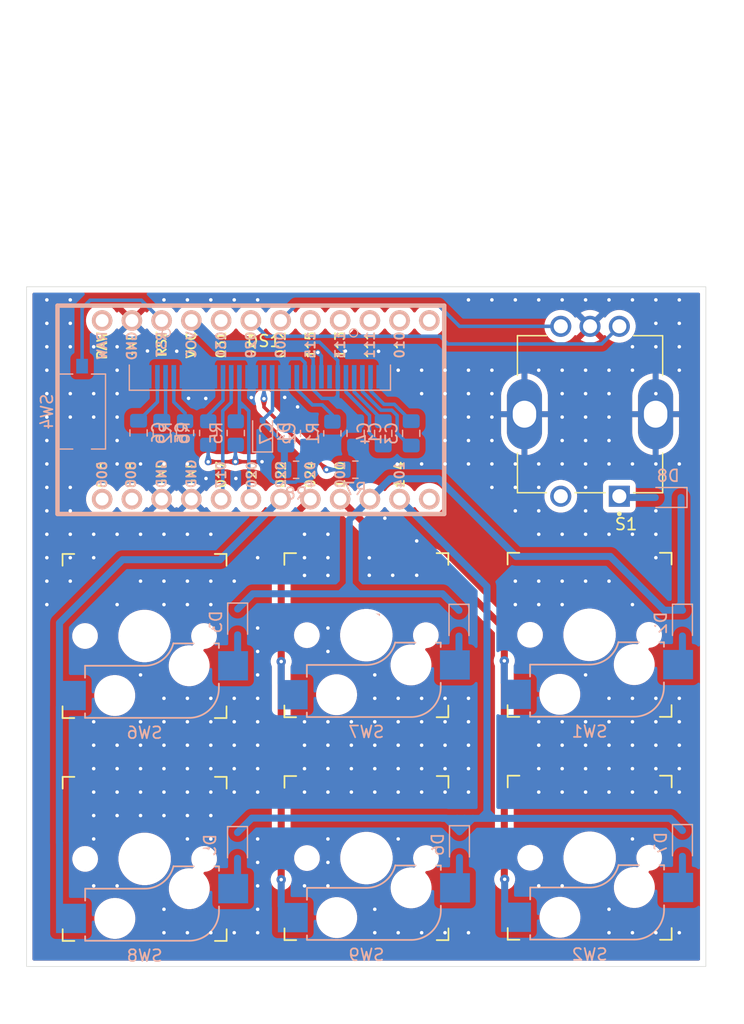
<source format=kicad_pcb>
(kicad_pcb (version 20241229) (generator "pcbnew") (generator_version "9.0")
  (layers (0 "F.Cu" signal) (2 "B.Cu" signal) (13 "F.Paste" user) (15 "B.Paste" user) (5 "F.SilkS" user "F.Silkscreen") (7 "B.SilkS" user "B.Silkscreen") (1 "F.Mask" user) (3 "B.Mask" user) (25 "Edge.Cuts" user))
  (net 0 "")
  (net 1 "GND")
  (net 2 "+3.3V")
  (net 3 "Net-(DS1-C2N)")
  (net 4 "Net-(DS1-C2P)")
  (net 5 "Net-(DS1-C1P)")
  (net 6 "Net-(DS1-C1N)")
  (net 7 "Net-(DS1-VCOMH)")
  (net 8 "Net-(DS1-VCC)")
  (net 9 "/RES")
  (net 10 "Net-(D2-A)")
  (net 11 "row0")
  (net 12 "Net-(D3-A)")
  (net 13 "Net-(D4-A)")
  (net 14 "Net-(D5-A)")
  (net 15 "row1")
  (net 16 "Net-(D6-A)")
  (net 17 "Net-(D7-A)")
  (net 18 "Net-(D8-A)")
  (net 20 "Net-(DS1-IREF)")
  (net 21 "Net-(DS1-D{slash}~{C})")
  (net 22 "Net-(DS1-BS1)")
  (net 23 "/SDA")
  (net 24 "/SCL")
  (net 25 "+3.7V")
  (net 26 "col3")
  (net 27 "ROT2")
  (net 28 "ROT1")
  (net 29 "col2")
  (net 30 "RST")
  (net 31 "col0")
  (net 32 "col1")
  (footprint "keyswitches:Kailh_socket_MX" (layer "F.Cu") (at 163.68 92.48 180)
    (property "Reference" "SW9")
    (property "Value" "MX_SW_HS")
  )
  (footprint "nice-nano-kicad:nice_nano" (layer "F.Cu") (at 155.08 54.22875)
    (property "Reference" "U1" (hide yes))
    (property "Value" "nice_nano" (hide yes))
  )
  (footprint "PEC12R_4225F_S0024:XDCR_PEC12R-4225F-S0024" (layer "F.Cu") (at 182.77 54.605 180)
    (property "Reference" "S1")
    (property "Value" "PEC12R-4225F-S0024")
  )
  (footprint "keyswitches:Kailh_socket_MX" (layer "F.Cu") (at 144.74 92.55 180)
    (property "Reference" "SW8")
    (property "Value" "MX_SW_HS")
  )
  (footprint "keyswitches:Kailh_socket_MX" (layer "F.Cu") (at 182.74 92.45 180)
    (property "Reference" "SW2")
    (property "Value" "MX_SW_HS")
  )
  (footprint "keyswitches:Kailh_socket_MX" (layer "F.Cu") (at 163.67 73.46 180)
    (property "Reference" "SW7")
    (property "Value" "MX_SW_HS")
  )
  (footprint "keyswitches:Kailh_socket_MX" (layer "F.Cu") (at 182.73 73.43 180)
    (property "Reference" "SW1")
    (property "Value" "MX_SW_HS")
  )
  (footprint "keyswitches:Kailh_socket_MX" (layer "F.Cu") (at 144.73 73.53 180)
    (property "Reference" "SW6")
    (property "Value" "MX_SW_HS")
  )
  (footprint "Diode_SMD:D_SOD-323F" (layer "B.Cu") (at 190.66 91.23 -90)
    (property "Reference" "D7")
    (property "Value" "1N4148WT")
  )
  (footprint "Display:OLED-128O064D" (layer "B.Cu") (at 154.58 51.41 180)
    (property "Reference" "DS1")
    (property "Value" "OLED-128O064D")
  )
  (footprint "Capacitor_SMD:C_0805_2012Metric_Pad1.18x1.45mm_HandSolder" (layer "B.Cu") (at 165.10959 56.2375 -90)
    (property "Reference" "C4")
    (property "Value" "1uF")
  )
  (footprint "Diode_SMD:D_SOD-323F" (layer "B.Cu") (at 171.58 72.4375 -90)
    (property "Reference" "D4")
    (property "Value" "1N4148WT")
  )
  (footprint "Capacitor_SMD:C_0805_2012Metric_Pad1.18x1.45mm_HandSolder" (layer "B.Cu") (at 167.49959 56.2375 -90)
    (property "Reference" "C3")
    (property "Value" "1uF")
  )
  (footprint "Diode_SMD:D_SOD-323F" (layer "B.Cu") (at 171.62 91.33 -90)
    (property "Reference" "D6")
    (property "Value" "1N4148WT")
  )
  (footprint "Capacitor_SMD:C_0805_2012Metric_Pad1.18x1.45mm_HandSolder" (layer "B.Cu") (at 146.206082 56.202164 90)
    (property "Reference" "C5")
    (property "Value" "4.7uF")
  )
  (footprint "Diode_SMD:D_SOD-323F" (layer "B.Cu") (at 154.81 56.2175 90)
    (property "Reference" "D1")
    (property "Value" "1N4148WS")
  )
  (footprint "Capacitor_SMD:C_0805_2012Metric_Pad1.18x1.45mm_HandSolder" (layer "B.Cu") (at 144.22 56.202164 90)
    (property "Reference" "C6")
    (property "Value" "2.2uF")
  )
  (footprint "Diode_SMD:D_SOD-323F" (layer "B.Cu") (at 152.68 72.33 -90)
    (property "Reference" "D3")
    (property "Value" "1N4148WT")
  )
  (footprint "Resistor_SMD:R_0805_2012Metric_Pad1.20x1.40mm_HandSolder" (layer "B.Cu") (at 148.192164 56.202164 -90)
    (property "Reference" "R2")
    (property "Value" "910k")
  )
  (footprint "Capacitor_SMD:C_0805_2012Metric_Pad1.18x1.45mm_HandSolder" (layer "B.Cu") (at 156.796083 56.24 -90)
    (property "Reference" "C7")
    (property "Value" "4.7uF")
  )
  (footprint "Capacitor_SMD:C_0805_2012Metric_Pad1.18x1.45mm_HandSolder" (layer "B.Cu") (at 158.782165 56.24 -90)
    (property "Reference" "C2")
    (property "Value" "1uF")
  )
  (footprint "Resistor_SMD:R_0805_2012Metric_Pad1.20x1.40mm_HandSolder" (layer "B.Cu") (at 157.672165 59.3475 180)
    (property "Reference" "R8")
    (property "Value" "4.7k")
  )
  (footprint "Diode_SMD:D_SOD-323F" (layer "B.Cu") (at 190.66 72.43 -90)
    (property "Reference" "D2")
    (property "Value" "1N4148WT")
  )
  (footprint "Diode_SMD:D_SOD-323F" (layer "B.Cu") (at 189.44 61.71 180)
    (property "Reference" "D8")
    (property "Value" "1N4148WT")
  )
  (footprint "Resistor_SMD:R_0805_2012Metric_Pad1.20x1.40mm_HandSolder" (layer "B.Cu") (at 150.17 56.21 -90)
    (property "Reference" "R6")
    (property "Value" "4.7k")
  )
  (footprint "Capacitor_SMD:C_0805_2012Metric_Pad1.18x1.45mm_HandSolder" (layer "B.Cu") (at 162.754329 56.24 90)
    (property "Reference" "C1")
    (property "Value" "1uF")
  )
  (footprint "Diode_SMD:D_SOD-323F" (layer "B.Cu") (at 152.67 91.4025 -90)
    (property "Reference" "D5")
    (property "Value" "1N4148WT")
  )
  (footprint "Resistor_SMD:R_0805_2012Metric_Pad1.20x1.40mm_HandSolder" (layer "B.Cu") (at 152.52 56.21 -90)
    (property "Reference" "R5")
    (property "Value" "4.7k")
  )
  (footprint "Resistor_SMD:R_0805_2012Metric_Pad1.20x1.40mm_HandSolder" (layer "B.Cu") (at 160.768247 56.24 -90)
    (property "Reference" "R1")
    (property "Value" "4.7k")
  )
  (footprint "Button_Switch_SMD:SW_Tactile_SPST_NO_Straight_CK_PTS636Sx25SMTRLFS" (layer "B.Cu") (at 139.4 54.37875 -90)
    (property "Reference" "SW4")
    (property "Value" "RST")
  )
  (footprint "Resistor_SMD:R_0805_2012Metric_Pad1.20x1.40mm_HandSolder" (layer "B.Cu") (at 162.732165 59.3375)
    (property "Reference" "R7")
    (property "Value" "4.7k")
  )
  (gr_rect (start 134.66 43.73) (end 192.66 101.73) (stroke (width 0.05)) (fill no) (layer "Edge.Cuts"))
  (via (at 146.39 96.85) (size 0.6) (drill 0.3) (layers "F.Cu" "B.Cu") (net 1))
  (via (at 186.39 44.85) (size 0.6) (drill 0.3) (layers "F.Cu" "B.Cu") (net 1))
  (via (at 158.39 80.85) (size 0.6) (drill 0.3) (layers "F.Cu" "B.Cu") (net 1))
  (via (at 150.39 82.85) (size 0.6) (drill 0.3) (layers "F.Cu" "B.Cu") (net 1))
  (via (at 186.39 86.85) (size 0.6) (drill 0.3) (layers "F.Cu" "B.Cu") (net 1))
  (via (at 148.39 98.85) (size 0.6) (drill 0.3) (layers "F.Cu" "B.Cu") (net 1))
  (via (at 163.92 66.86) (size 0.5) (drill 0.3) (layers "F.Cu" "B.Cu") (net 1))
  (via (at 160.39 66.85) (size 0.6) (drill 0.3) (layers "F.Cu" "B.Cu") (net 1))
  (via (at 170.39 56.85) (size 0.6) (drill 0.3) (layers "F.Cu" "B.Cu") (net 1))
  (via (at 140.39 48.85) (size 0.6) (drill 0.3) (layers "F.Cu" "B.Cu") (net 1))
  (via (at 174.39 50.85) (size 0.6) (drill 0.3) (layers "F.Cu" "B.Cu") (net 1))
  (via (at 184.39 98.85) (size 0.6) (drill 0.3) (layers "F.Cu" "B.Cu") (net 1))
  (via (at 146.39 86.85) (size 0.6) (drill 0.3) (layers "F.Cu" "B.Cu") (net 1))
  (via (at 162.39 80.85) (size 0.6) (drill 0.3) (layers "F.Cu" "B.Cu") (net 1))
  (via (at 172.39 86.85) (size 0.6) (drill 0.3) (layers "F.Cu" "B.Cu") (net 1))
  (via (at 180.39 80.85) (size 0.6) (drill 0.3) (layers "F.Cu" "B.Cu") (net 1))
  (via (at 184.39 44.85) (size 0.6) (drill 0.3) (layers "F.Cu" "B.Cu") (net 1))
  (via (at 144.39 72.85) (size 0.6) (drill 0.3) (layers "F.Cu" "B.Cu") (net 1))
  (via (at 150.39 78.85) (size 0.6) (drill 0.3) (layers "F.Cu" "B.Cu") (net 1))
  (via (at 182.39 82.85) (size 0.6) (drill 0.3) (layers "F.Cu" "B.Cu") (net 1))
  (via (at 184.39 86.85) (size 0.6) (drill 0.3) (layers "F.Cu" "B.Cu") (net 1))
  (via (at 152.39 80.85) (size 0.6) (drill 0.3) (layers "F.Cu" "B.Cu") (net 1))
  (via (at 148.39 68.85) (size 0.6) (drill 0.3) (layers "F.Cu" "B.Cu") (net 1))
  (via (at 184.39 64.85) (size 0.6) (drill 0.3) (layers "F.Cu" "B.Cu") (net 1))
  (via (at 138.39 62.85) (size 0.6) (drill 0.3) (layers "F.Cu" "B.Cu") (net 1))
  (via (at 188.39 84.85) (size 0.6) (drill 0.3) (layers "F.Cu" "B.Cu") (net 1))
  (via (at 176.39 58.85) (size 0.6) (drill 0.3) (layers "F.Cu" "B.Cu") (net 1))
  (via (at 180.39 82.85) (size 0.6) (drill 0.3) (layers "F.Cu" "B.Cu") (net 1))
  (via (at 148.39 82.85) (size 0.6) (drill 0.3) (layers "F.Cu" "B.Cu") (net 1))
  (via (at 162.39 86.85) (size 0.6) (drill 0.3) (layers "F.Cu" "B.Cu") (net 1))
  (via (at 170.39 84.85) (size 0.6) (drill 0.3) (layers "F.Cu" "B.Cu") (net 1))
  (via (at 158.39 94.85) (size 0.6) (drill 0.3) (layers "F.Cu" "B.Cu") (net 1))
  (via (at 152.39 78.85) (size 0.6) (drill 0.3) (layers "F.Cu" "B.Cu") (net 1))
  (via (at 170.39 54.85) (size 0.6) (drill 0.3) (layers "F.Cu" "B.Cu") (net 1))
  (via (at 184.39 56.85) (size 0.6) (drill 0.3) (layers "F.Cu" "B.Cu") (net 1))
  (via (at 152.39 84.85) (size 0.6) (drill 0.3) (layers "F.Cu" "B.Cu") (net 1))
  (via (at 148.39 86.85) (size 0.6) (drill 0.3) (layers "F.Cu" "B.Cu") (net 1))
  (via (at 142.39 58.85) (size 0.6) (drill 0.3) (layers "F.Cu" "B.Cu") (net 1))
  (via (at 182.39 92.85) (size 0.6) (drill 0.3) (layers "F.Cu" "B.Cu") (net 1))
  (via (at 182.39 68.85) (size 0.6) (drill 0.3) (layers "F.Cu" "B.Cu") (net 1))
  (via (at 180.39 56.85) (size 0.6) (drill 0.3) (layers "F.Cu" "B.Cu") (net 1))
  (via (at 148.39 94.85) (size 0.6) (drill 0.3) (layers "F.Cu" "B.Cu") (net 1))
  (via (at 153.85 53.18) (size 0.5) (drill 0.3) (layers "F.Cu" "B.Cu") (net 1))
  (via (at 166.39 80.85) (size 0.6) (drill 0.3) (layers "F.Cu" "B.Cu") (net 1))
  (via (at 182.39 50.85) (size 0.6) (drill 0.3) (layers "F.Cu" "B.Cu") (net 1))
  (via (at 186.39 58.85) (size 0.6) (drill 0.3) (layers "F.Cu" "B.Cu") (net 1))
  (via (at 170.39 98.85) (size 0.6) (drill 0.3) (layers "F.Cu" "B.Cu") (net 1))
  (via (at 142.39 56.85) (size 0.6) (drill 0.3) (layers "F.Cu" "B.Cu") (net 1))
  (via (at 146.39 82.85) (size 0.6) (drill 0.3) (layers "F.Cu" "B.Cu") (net 1))
  (via (at 184.39 96.85) (size 0.6) (drill 0.3) (layers "F.Cu" "B.Cu") (net 1))
  (via (at 148.39 84.85) (size 0.6) (drill 0.3) (layers "F.Cu" "B.Cu") (net 1))
  (via (at 176.39 68.85) (size 0.6) (drill 0.3) (layers "F.Cu" "B.Cu") (net 1))
  (via (at 190.39 58.85) (size 0.6) (drill 0.3) (layers "F.Cu" "B.Cu") (net 1))
  (via (at 146.39 70.85) (size 0.6) (drill 0.3) (layers "F.Cu" "B.Cu") (net 1))
  (via (at 168.39 84.85) (size 0.6) (drill 0.3) (layers "F.Cu" "B.Cu") (net 1))
  (via (at 142.39 50.85) (size 0.6) (drill 0.3) (layers "F.Cu" "B.Cu") (net 1))
  (via (at 157.8 53.98) (size 0.5) (drill 0.3) (layers "F.Cu" "B.Cu") (net 1))
  (via (at 166.39 84.85) (size 0.6) (drill 0.3) (layers "F.Cu" "B.Cu") (net 1))
  (via (at 148.39 58.85) (size 0.6) (drill 0.3) (layers "F.Cu" "B.Cu") (net 1))
  (via (at 154.39 86.85) (size 0.6) (drill 0.3) (layers "F.Cu" "B.Cu") (net 1))
  (via (at 168.39 78.85) (size 0.6) (drill 0.3) (layers "F.Cu" "B.Cu") (net 1))
  (via (at 182.39 80.85) (size 0.6) (drill 0.3) (layers "F.Cu" "B.Cu") (net 1))
  (via (at 136.39 46.85) (size 0.6) (drill 0.3) (layers "F.Cu" "B.Cu") (net 1))
  (via (at 146.39 64.85) (size 0.6) (drill 0.3) (layers "F.Cu" "B.Cu") (net 1))
  (via (at 142.39 54.85) (size 0.6) (drill 0.3) (layers "F.Cu" "B.Cu") (net 1))
  (via (at 154.39 92.85) (size 0.6) (drill 0.3) (layers "F.Cu" "B.Cu") (net 1))
  (via (at 178.39 64.85) (size 0.6) (drill 0.3) (layers "F.Cu" "B.Cu") (net 1))
  (via (at 154.39 66.85) (size 0.6) (drill 0.3) (layers "F.Cu" "B.Cu") (net 1))
  (via (at 172.39 80.85) (size 0.6) (drill 0.3) (layers "F.Cu" "B.Cu") (net 1))
  (via (at 174.39 58.85) (size 0.6) (drill 0.3) (layers "F.Cu" "B.Cu") (net 1))
  (via (at 136.39 64.85) (size 0.6) (drill 0.3) (layers "F.Cu" "B.Cu") (net 1))
  (via (at 136.39 50.85) (size 0.6) (drill 0.3) (layers "F.Cu" "B.Cu") (net 1))
  (via (at 148.39 70.85) (size 0.6) (drill 0.3) (layers "F.Cu" "B.Cu") (net 1))
  (via (at 164.71 49.24) (size 0.5) (drill 0.3) (layers "F.Cu" "B.Cu") (net 1))
  (via (at 148.39 78.85) (size 0.6) (drill 0.3) (layers "F.Cu" "B.Cu") (net 1))
  (via (at 160.39 84.85) (size 0.6) (drill 0.3) (layers "F.Cu" "B.Cu") (net 1))
  (via (at 136.39 58.85) (size 0.6) (drill 0.3) (layers "F.Cu" "B.Cu") (net 1))
  (via (at 160.39 94.85) (size 0.6) (drill 0.3) (layers "F.Cu" "B.Cu") (net 1))
  (via (at 186.39 64.85) (size 0.6) (drill 0.3) (layers "F.Cu" "B.Cu") (net 1))
  (via (at 180.39 50.85) (size 0.6) (drill 0.3) (layers "F.Cu" "B.Cu") (net 1))
  (via (at 182.39 56.85) (size 0.6) (drill 0.3) (layers "F.Cu" "B.Cu") (net 1))
  (via (at 161.88 49.22) (size 0.5) (drill 0.3) (layers "F.Cu" "B.Cu") (net 1))
  (via (at 182.39 84.85) (size 0.6) (drill 0.3) (layers "F.Cu" "B.Cu") (net 1))
  (via (at 150.39 90.85) (size 0.6) (drill 0.3) (layers "F.Cu" "B.Cu") (net 1))
  (via (at 146.39 58.85) (size 0.6) (drill 0.3) (layers "F.Cu" "B.Cu") (net 1))
  (via (at 184.39 50.85) (size 0.6) (drill 0.3) (layers "F.Cu" "B.Cu") (net 1))
  (via (at 136.39 68.85) (size 0.6) (drill 0.3) (layers "F.Cu" "B.Cu") (net 1))
  (via (at 176.39 62.85) (size 0.6) (drill 0.3) (layers "F.Cu" "B.Cu") (net 1))
  (via (at 172.39 58.85) (size 0.6) (drill 0.3) (layers "F.Cu" "B.Cu") (net 1))
  (via (at 158.39 84.85) (size 0.6) (drill 0.3) (layers "F.Cu" "B.Cu") (net 1))
  (via (at 176.39 44.85) (size 0.6) (drill 0.3) (layers "F.Cu" "B.Cu") (net 1))
  (via (at 167.97 65.42) (size 0.5) (drill 0.3) (layers "F.Cu" "B.Cu") (net 1))
  (via (at 158.39 86.85) (size 0.6) (drill 0.3) (layers "F.Cu" "B.Cu") (net 1))
  (via (at 188.39 64.85) (size 0.6) (drill 0.3) (layers "F.Cu" "B.Cu") (net 1))
  (via (at 190.39 48.85) (size 0.6) (drill 0.3) (layers "F.Cu" "B.Cu") (net 1))
  (via (at 148.49 53.25) (size 0.5) (drill 0.3) (layers "F.Cu" "B.Cu") (net 1))
  (via (at 150.39 86.85) (size 0.6) (drill 0.3) (layers "F.Cu" "B.Cu") (net 1))
  (via (at 142.39 78.85) (size 0.6) (drill 0.3) (layers "F.Cu" "B.Cu") (net 1))
  (via (at 190.39 46.85) (size 0.6) (drill 0.3) (layers "F.Cu" "B.Cu") (net 1))
  (via (at 178.39 58.85) (size 0.6) (drill 0.3) (layers "F.Cu" "B.Cu") (net 1))
  (via (at 178.39 50.85) (size 0.6) (drill 0.3) (layers "F.Cu" "B.Cu") (net 1))
  (via (at 144.39 88.85) (size 0.6) (drill 0.3) (layers "F.Cu" "B.Cu") (net 1))
  (via (at 148.39 44.85) (size 0.6) (drill 0.3) (layers "F.Cu" "B.Cu") (net 1))
  (via (at 163.92 68.35) (size 0.5) (drill 0.3) (layers "F.Cu" "B.Cu") (net 1))
  (via (at 154.39 76.85) (size 0.6) (drill 0.3) (layers "F.Cu" "B.Cu") (net 1))
  (via (at 160.39 80.85) (size 0.6) (drill 0.3) (layers "F.Cu" "B.Cu") (net 1))
  (via (at 186.39 70.85) (size 0.6) (drill 0.3) (layers "F.Cu" "B.Cu") (net 1))
  (via (at 136.39 60.85) (size 0.6) (drill 0.3) (layers "F.Cu" "B.Cu") (net 1))
  (via (at 164.39 92.85) (size 0.6) (drill 0.3) (layers "F.Cu" "B.Cu") (net 1))
  (via (at 168.39 80.85) (size 0.6) (drill 0.3) (layers "F.Cu" "B.Cu") (net 1))
  (via (at 148.39 80.85) (size 0.6) (drill 0.3) (layers "F.Cu" "B.Cu") (net 1))
  (via (at 152.39 86.85) (size 0.6) (drill 0.3) (layers "F.Cu" "B.Cu") (net 1))
  (via (at 188.39 80.85) (size 0.6) (drill 0.3) (layers "F.Cu" "B.Cu") (net 1))
  (via (at 168.39 86.85) (size 0.6) (drill 0.3) (layers "F.Cu" "B.Cu") (net 1))
  (via (at 182.39 60.85) (size 0.6) (drill 0.3) (layers "F.Cu" "B.Cu") (net 1))
  (via (at 140.39 64.85) (size 0.6) (drill 0.3) (layers "F.Cu" "B.Cu") (net 1))
  (via (at 144.39 58.85) (size 0.6) (drill 0.3) (layers "F.Cu" "B.Cu") (net 1))
  (via (at 144.39 86.85) (size 0.6) (drill 0.3) (layers "F.Cu" "B.Cu") (net 1))
  (via (at 172.39 82.85) (size 0.6) (drill 0.3) (layers "F.Cu" "B.Cu") (net 1))
  (via (at 186.39 48.85) (size 0.6) (drill 0.3) (layers "F.Cu" "B.Cu") (net 1))
  (via (at 178.39 60.85) (size 0.6) (drill 0.3) (layers "F.Cu" "B.Cu") (net 1))
  (via (at 150.39 44.85) (size 0.6) (drill 0.3) (layers "F.Cu" "B.Cu") (net 1))
  (via (at 184.39 68.85) (size 0.6) (drill 0.3) (layers "F.Cu" "B.Cu") (net 1))
  (via (at 188.39 54.85) (size 0.6) (drill 0.3) (layers "F.Cu" "B.Cu") (net 1))
  (via (at 176.39 60.85) (size 0.6) (drill 0.3) (layers "F.Cu" "B.Cu") (net 1))
  (via (at 138.39 60.85) (size 0.6) (drill 0.3) (layers "F.Cu" "B.Cu") (net 1))
  (via (at 190.39 98.85) (size 0.6) (drill 0.3) (layers "F.Cu" "B.Cu") (net 1))
  (via (at 160.39 86.85) (size 0.6) (drill 0.3) (layers "F.Cu" "B.Cu") (net 1))
  (via (at 170.39 58.85) (size 0.6) (drill 0.3) (layers "F.Cu" "B.Cu") (net 1))
  (via (at 162.39 84.85) (size 0.6) (drill 0.3) (layers "F.Cu" "B.Cu") (net 1))
  (via (at 150.39 68.85) (size 0.6) (drill 0.3) (layers "F.Cu" "B.Cu") (net 1))
  (via (at 180.39 44.85) (size 0.6) (drill 0.3) (layers "F.Cu" "B.Cu") (net 1))
  (via (at 180.39 54.85) (size 0.6) (drill 0.3) (layers "F.Cu" "B.Cu") (net 1))
  (via (at 186.39 84.85) (size 0.6) (drill 0.3) (layers "F.Cu" "B.Cu") (net 1))
  (via (at 162.39 82.85) (size 0.6) (drill 0.3) (layers "F.Cu" "B.Cu") (net 1))
  (via (at 136.39 70.85) (size 0.6) (drill 0.3) (layers "F.Cu" "B.Cu") (net 1))
  (via (at 168.39 82.85) (size 0.6) (drill 0.3) (layers "F.Cu" "B.Cu") (net 1))
  (via (at 184.39 82.85) (size 0.6) (drill 0.3) (layers "F.Cu" "B.Cu") (net 1))
  (via (at 188.39 62.85) (size 0.6) (drill 0.3) (layers "F.Cu" "B.Cu") (net 1))
  (via (at 164.39 98.85) (size 0.6) (drill 0.3) (layers "F.Cu" "B.Cu") (net 1))
  (via (at 172.39 84.85) (size 0.6) (drill 0.3) (layers "F.Cu" "B.Cu") (net 1))
  (via (at 136.39 56.85) (size 0.6) (drill 0.3) (layers "F.Cu" "B.Cu") (net 1))
  (via (at 190.39 80.85) (size 0.6) (drill 0.3) (layers "F.Cu" "B.Cu") (net 1))
  (via (at 178.39 94.85) (size 0.6) (drill 0.3) (layers "F.Cu" "B.Cu") (net 1))
  (via (at 182.39 64.85) (size 0.6) (drill 0.3) (layers "F.Cu" "B.Cu") (net 1))
  (via (at 180.39 52.85) (size 0.6) (drill 0.3) (layers "F.Cu" "B.Cu") (net 1))
  (via (at 146.39 88.85) (size 0.6) (drill 0.3) (layers "F.Cu" "B.Cu") (net 1))
  (via (at 184.39 58.85) (size 0.6) (drill 0.3) (layers "F.Cu" "B.Cu") (net 1))
  (via (at 142.39 70.85) (size 0.6) (drill 0.3) (layers "F.Cu" "B.Cu") (net 1))
  (via (at 186.39 80.85) (size 0.6) (drill 0.3) (layers "F.Cu" "B.Cu") (net 1))
  (via (at 188.39 46.85) (size 0.6) (drill 0.3) (layers "F.Cu" "B.Cu") (net 1))
  (via (at 144.39 64.85) (size 0.6) (drill 0.3) (layers "F.Cu" "B.Cu") (net 1))
  (via (at 140.39 52.85) (size 0.6) (drill 0.3) (layers "F.Cu" "B.Cu") (net 1))
  (via (at 190.39 78.85) (size 0.6) (drill 0.3) (layers "F.Cu" "B.Cu") (net 1))
  (via (at 170.39 78.85) (size 0.6) (drill 0.3) (layers "F.Cu" "B.Cu") (net 1))
  (via (at 140.39 84.85) (size 0.6) (drill 0.3) (layers "F.Cu" "B.Cu") (net 1))
  (via (at 150.39 64.85) (size 0.6) (drill 0.3) (layers "F.Cu" "B.Cu") (net 1))
  (via (at 146.39 78.85) (size 0.6) (drill 0.3) (layers "F.Cu" "B.Cu") (net 1))
  (via (at 164.39 96.85) (size 0.6) (drill 0.3) (layers "F.Cu" "B.Cu") (net 1))
  (via (at 182.39 76.85) (size 0.6) (drill 0.3) (layers "F.Cu" "B.Cu") (net 1))
  (via (at 188.39 58.85) (size 0.6) (drill 0.3) (layers "F.Cu" "B.Cu") (net 1))
  (via (at 172.39 56.85) (size 0.6) (drill 0.3) (layers "F.Cu" "B.Cu") (net 1))
  (via (at 165.92 68.35) (size 0.5) (drill 0.3) (layers "F.Cu" "B.Cu") (net 1))
  (via (at 188.39 86.85) (size 0.6) (drill 0.3) (layers "F.Cu" "B.Cu") (net 1))
  (via (at 166.39 50.85) (size 0.6) (drill 0.3) (layers "F.Cu" "B.Cu") (net 1))
  (via (at 178.39 86.85) (size 0.6) (drill 0.3) (layers "F.Cu" "B.Cu") (net 1))
  (via (at 154.39 98.85) (size 0.6) (drill 0.3) (layers "F.Cu" "B.Cu") (net 1))
  (via (at 174.39 44.85) (size 0.6) (drill 0.3) (layers "F.Cu" "B.Cu") (net 1))
  (via (at 172.39 98.85) (size 0.6) (drill 0.3) (layers "F.Cu" "B.Cu") (net 1))
  (via (at 170.39 86.85) (size 0.6) (drill 0.3) (layers "F.Cu" "B.Cu") (net 1))
  (via (at 164.39 86.85) (size 0.6) (drill 0.3) (layers "F.Cu" "B.Cu") (net 1))
  (via (at 136.39 54.85) (size 0.6) (drill 0.3) (layers "F.Cu" "B.Cu") (net 1))
  (via (at 184.39 54.85) (size 0.6) (drill 0.3) (layers "F.Cu" "B.Cu") (net 1))
  (via (at 188.39 98.85) (size 0.6) (drill 0.3) (layers "F.Cu" "B.Cu") (net 1))
  (via (at 190.39 86.85) (size 0.6) (drill 0.3) (layers "F.Cu" "B.Cu") (net 1))
  (via (at 142.39 64.85) (size 0.6) (drill 0.3) (layers "F.Cu" "B.Cu") (net 1))
  (via (at 138.39 68.85) (size 0.6) (drill 0.3) (layers "F.Cu" "B.Cu") (net 1))
  (via (at 186.39 94.85) (size 0.6) (drill 0.3) (layers "F.Cu" "B.Cu") (net 1))
  (via (at 144.98 49.21) (size 0.5) (drill 0.3) (layers "F.Cu" "B.Cu") (net 1))
  (via (at 188.39 52.85) (size 0.6) (drill 0.3) (layers "F.Cu" "B.Cu") (net 1))
  (via (at 172.39 54.85) (size 0.6) (drill 0.3) (layers "F.Cu" "B.Cu") (net 1))
  (via (at 154.39 90.85) (size 0.6) (drill 0.3) (layers "F.Cu" "B.Cu") (net 1))
  (via (at 190.39 44.85) (size 0.6) (drill 0.3) (layers "F.Cu" "B.Cu") (net 1))
  (via (at 184.39 84.85) (size 0.6) (drill 0.3) (layers "F.Cu" "B.Cu") (net 1))
  (via (at 172.39 50.85) (size 0.6) (drill 0.3) (layers "F.Cu" "B.Cu") (net 1))
  (via (at 142.39 82.85) (size 0.6) (drill 0.3) (layers "F.Cu" "B.Cu") (net 1))
  (via (at 152.39 44.85) (size 0.6) (drill 0.3) (layers "F.Cu" "B.Cu") (net 1))
  (via (at 174.39 56.85) (size 0.6) (drill 0.3) (layers "F.Cu" "B.Cu") (net 1))
  (via (at 152.39 68.85) (size 0.6) (drill 0.3) (layers "F.Cu" "B.Cu") (net 1))
  (via (at 170.39 50.85) (size 0.6) (drill 0.3) (layers "F.Cu" "B.Cu") (net 1))
  (via (at 158.39 66.85) (size 0.6) (drill 0.3) (layers "F.Cu" "B.Cu") (net 1))
  (via (at 172.39 44.85) (size 0.6) (drill 0.3) (layers "F.Cu" "B.Cu") (net 1))
  (via (at 160.39 74.85) (size 0.6) (drill 0.3) (layers "F.Cu" "B.Cu") (net 1))
  (via (at 160.39 82.85) (size 0.6) (drill 0.3) (layers "F.Cu" "B.Cu") (net 1))
  (via (at 176.39 70.85) (size 0.6) (drill 0.3) (layers "F.Cu" "B.Cu") (net 1))
  (via (at 170.39 52.85) (size 0.6) (drill 0.3) (layers "F.Cu" "B.Cu") (net 1))
  (via (at 160.39 92.85) (size 0.6) (drill 0.3) (layers "F.Cu" "B.Cu") (net 1))
  (via (at 172.39 52.85) (size 0.6) (drill 0.3) (layers "F.Cu" "B.Cu") (net 1))
  (via (at 140.39 80.85) (size 0.6) (drill 0.3) (layers "F.Cu" "B.Cu") (net 1))
  (via (at 142.39 86.85) (size 0.6) (drill 0.3) (layers "F.Cu" "B.Cu") (net 1))
  (via (at 160.39 68.36) (size 0.5) (drill 0.3) (layers "F.Cu" "B.Cu") (net 1))
  (via (at 178.39 44.85) (size 0.6) (drill 0.3) (layers "F.Cu" "B.Cu") (net 1))
  (via (at 186.39 82.85) (size 0.6) (drill 0.3) (layers "F.Cu" "B.Cu") (net 1))
  (via (at 166.31 58.87) (size 0.5) (drill 0.3) (layers "F.Cu" "B.Cu") (net 1))
  (via (at 164.39 76.85) (size 0.6) (drill 0.3) (layers "F.Cu" "B.Cu") (net 1))
  (via (at 144.39 76.85) (size 0.6) (drill 0.3) (layers "F.Cu" "B.Cu") (net 1))
  (via (at 166.39 90.85) (size 0.6) (drill 0.3) (layers "F.Cu" "B.Cu") (net 1))
  (via (at 154.39 94.85) (size 0.6) (drill 0.3) (layers "F.Cu" "B.Cu") (net 1))
  (via (at 184.39 80.85) (size 0.6) (drill 0.3) (layers "F.Cu" "B.Cu") (net 1))
  (via (at 159.53 49.33) (size 0.5) (drill 0.3) (layers "F.Cu" "B.Cu") (net 1))
  (via (at 147.48 49.23) (size 0.5) (drill 0.3) (layers "F.Cu" "B.Cu") (net 1))
  (via (at 140.39 88.85) (size 0.6) (drill 0.3) (layers "F.Cu" "B.Cu") (net 1))
  (via (at 138.39 48.85) (size 0.6) (drill 0.3) (layers "F.Cu" "B.Cu") (net 1))
  (via (at 190.39 82.85) (size 0.6) (drill 0.3) (layers "F.Cu" "B.Cu") (net 1))
  (via (at 142.39 52.85) (size 0.6) (drill 0.3) (layers "F.Cu" "B.Cu") (net 1))
  (via (at 142.39 48.85) (size 0.6) (drill 0.3) (layers "F.Cu" "B.Cu") (net 1))
  (via (at 178.39 68.85) (size 0.6) (drill 0.3) (layers "F.Cu" "B.Cu") (net 1))
  (via (at 182.39 44.85) (size 0.6) (drill 0.3) (layers "F.Cu" "B.Cu") (net 1))
  (via (at 160.39 90.85) (size 0.6) (drill 0.3) (layers "F.Cu" "B.Cu") (net 1))
  (via (at 188.39 82.85) (size 0.6) (drill 0.3) (layers "F.Cu" "B.Cu") (net 1))
  (via (at 190.39 50.85) (size 0.6) (drill 0.3) (layers "F.Cu" "B.Cu") (net 1))
  (via (at 140.39 66.85) (size 0.6) (drill 0.3) (layers "F.Cu" "B.Cu") (net 1))
  (via (at 138.39 66.85) (size 0.6) (drill 0.3) (layers "F.Cu" "B.Cu") (net 1))
  (via (at 146.39 44.85) (size 0.6) (drill 0.3) (layers "F.Cu" "B.Cu") (net 1))
  (via (at 150.39 88.85) (size 0.6) (drill 0.3) (layers "F.Cu" "B.Cu") (net 1))
  (via (at 190.39 84.85) (size 0.6) (drill 0.3) (layers "F.Cu" "B.Cu") (net 1))
  (via (at 148.39 90.85) (size 0.6) (drill 0.3) (layers "F.Cu" "B.Cu") (net 1))
  (via (at 140.39 82.85) (size 0.6) (drill 0.3) (layers "F.Cu" "B.Cu") (net 1))
  (via (at 166.39 98.85) (size 0.6) (drill 0.3) (layers "F.Cu" "B.Cu") (net 1))
  (via (at 136.39 62.85) (size 0.6) (drill 0.3) (layers "F.Cu" "B.Cu") (net 1))
  (via (at 146.39 80.85) (size 0.6) (drill 0.3) (layers "F.Cu" "B.Cu") (net 1))
  (via (at 158.39 64.85) (size 0.6) (drill 0.3) (layers "F.Cu" "B.Cu") (net 1))
  (via (at 149.98 60.09) (size 0.5) (drill 0.3) (layers "F.Cu" "B.Cu") (net 1))
  (via (at 188.39 48.85) (size 0.6) (drill 0.3) (layers "F.Cu" "B.Cu") (net 1))
  (via (at 182.39 52.85) (size 0.6) (drill 0.3) (layers "F.Cu" "B.Cu") (net 1))
  (via (at 180.39 64.85) (size 0.6) (drill 0.3) (layers "F.Cu" "B.Cu") (net 1))
  (via (at 188.39 44.85) (size 0.6) (drill 0.3) (layers "F.Cu" "B.Cu") (net 1))
  (via (at 180.39 84.85) (size 0.6) (drill 0.3) (layers "F.Cu" "B.Cu") (net 1))
  (via (at 160.39 64.85) (size 0.6) (drill 0.3) (layers "F.Cu" "B.Cu") (net 1))
  (via (at 140.39 94.85) (size 0.6) (drill 0.3) (layers "F.Cu" "B.Cu") (net 1))
  (via (at 150.39 80.85) (size 0.6) (drill 0.3) (layers "F.Cu" "B.Cu") (net 1))
  (via (at 168.39 58.85) (size 0.6) (drill 0.3) (layers "F.Cu" "B.Cu") (net 1))
  (via (at 154.39 82.85) (size 0.6) (drill 0.3) (layers "F.Cu" "B.Cu") (net 1))
  (via (at 188.39 66.85) (size 0.6) (drill 0.3) (layers "F.Cu" "B.Cu") (net 1))
  (via (at 164.39 84.85) (size 0.6) (drill 0.3) (layers "F.Cu" "B.Cu") (net 1))
  (via (at 142.39 94.85) (size 0.6) (drill 0.3) (layers "F.Cu" "B.Cu") (net 1))
  (via (at 154.39 80.85) (size 0.6) (drill 0.3) (layers "F.Cu" "B.Cu") (net 1))
  (via (at 146.39 68.85) (size 0.6) (drill 0.3) (layers "F.Cu" "B.Cu") (net 1))
  (via (at 167.97 68.35) (size 0.5) (drill 0.3) (layers "F.Cu" "B.Cu") (net 1))
  (via (at 152.53 60.09) (size 0.5) (drill 0.3) (layers "F.Cu" "B.Cu") (net 1))
  (via (at 164.39 80.85) (size 0.6) (drill 0.3) (layers "F.Cu" "B.Cu") (net 1))
  (via (at 164.39 78.85) (size 0.6) (drill 0.3) (layers "F.Cu" "B.Cu") (net 1))
  (via (at 142.39 84.85) (size 0.6) (drill 0.3) (layers "F.Cu" "B.Cu") (net 1))
  (via (at 166.39 86.85) (size 0.6) (drill 0.3) (layers "F.Cu" "B.Cu") (net 1))
  (via (at 136.39 48.85) (size 0.6) (drill 0.3) (layers "F.Cu" "B.Cu") (net 1))
  (via (at 164.39 82.85) (size 0.6) (drill 0.3) (layers "F.Cu" "B.Cu") (net 1))
  (via (at 168.39 50.85) (size 0.6) (drill 0.3) (layers "F.Cu" "B.Cu") (net 1))
  (via (at 138.39 64.85) (size 0.6) (drill 0.3) (layers "F.Cu" "B.Cu") (net 1))
  (via (at 138.39 46.85) (size 0.6) (drill 0.3) (layers "F.Cu" "B.Cu") (net 1))
  (via (at 180.39 58.85) (size 0.6) (drill 0.3) (layers "F.Cu" "B.Cu") (net 1))
  (via (at 158.39 68.36) (size 0.5) (drill 0.3) (layers "F.Cu" "B.Cu") (net 1))
  (via (at 178.39 70.85) (size 0.6) (drill 0.3) (layers "F.Cu" "B.Cu") (net 1))
  (via (at 136.39 44.85) (size 0.6) (drill 0.3) (layers "F.Cu" "B.Cu") (net 1))
  (via (at 150.39 70.85) (size 0.6) (drill 0.3) (layers "F.Cu" "B.Cu") (net 1))
  (via (at 168.39 52.85) (size 0.6) (drill 0.3) (layers "F.Cu" "B.Cu") (net 1))
  (via (at 186.39 98.85) (size 0.6) (drill 0.3) (layers "F.Cu" "B.Cu") (net 1))
  (via (at 152.39 98.85) (size 0.6) (drill 0.3) (layers "F.Cu" "B.Cu") (net 1))
  (via (at 138.39 52.85) (size 0.6) (drill 0.3) (layers "F.Cu" "B.Cu") (net 1))
  (via (at 178.39 84.85) (size 0.6) (drill 0.3) (layers "F.Cu" "B.Cu") (net 1))
  (via (at 186.39 90.85) (size 0.6) (drill 0.3) (layers "F.Cu" "B.Cu") (net 1))
  (via (at 166.39 82.85) (size 0.6) (drill 0.3) (layers "F.Cu" "B.Cu") (net 1))
  (via (at 188.39 78.85) (size 0.6) (drill 0.3) (layers "F.Cu" "B.Cu") (net 1))
  (via (at 146.39 98.85) (size 0.6) (drill 0.3) (layers "F.Cu" "B.Cu") (net 1))
  (via (at 182.39 58.85) (size 0.6) (drill 0.3) (layers "F.Cu" "B.Cu") (net 1))
  (via (at 174.39 52.85) (size 0.6) (drill 0.3) (layers "F.Cu" "B.Cu") (net 1))
  (via (at 136.39 52.85) (size 0.6) (drill 0.3) (layers "F.Cu" "B.Cu") (net 1))
  (via (at 144.39 84.85) (size 0.6) (drill 0.3) (layers "F.Cu" "B.Cu") (net 1))
  (via (at 154.39 44.85) (size 0.6) (drill 0.3) (layers "F.Cu" "B.Cu") (net 1))
  (via (at 146.39 84.85) (size 0.6) (drill 0.3) (layers "F.Cu" "B.Cu") (net 1))
  (via (at 174.39 54.85) (size 0.6) (drill 0.3) (layers "F.Cu" "B.Cu") (net 1))
  (via (at 180.39 86.85) (size 0.6) (drill 0.3) (layers "F.Cu" "B.Cu") (net 1))
  (via (at 148.39 64.85) (size 0.6) (drill 0.3) (layers "F.Cu" "B.Cu") (net 1))
  (via (at 149.96 53.26) (size 0.5) (drill 0.3) (layers "F.Cu" "B.Cu") (net 1))
  (via (at 156.7 53.17) (size 0.5) (drill 0.3) (layers "F.Cu" "B.Cu") (net 1))
  (via (at 144.39 68.85) (size 0.6) (drill 0.3) (layers "F.Cu" "B.Cu") (net 1))
  (via (at 154.39 74.85) (size 0.6) (drill 0.3) (layers "F.Cu" "B.Cu") (net 1))
  (via (at 182.39 62.85) (size 0.6) (drill 0.3) (layers "F.Cu" "B.Cu") (net 1))
  (via (at 184.39 52.85) (size 0.6) (drill 0.3) (layers "F.Cu" "B.Cu") (net 1))
  (via (at 158.39 82.85) (size 0.6) (drill 0.3) (layers "F.Cu" "B.Cu") (net 1))
  (via (at 140.39 90.85) (size 0.6) (drill 0.3) (layers "F.Cu" "B.Cu") (net 1))
  (via (at 144.39 82.85) (size 0.6) (drill 0.3) (layers "F.Cu" "B.Cu") (net 1))
  (via (at 144.39 92.85) (size 0.6) (drill 0.3) (layers "F.Cu" "B.Cu") (net 1))
  (via (at 150.39 84.85) (size 0.6) (drill 0.3) (layers "F.Cu" "B.Cu") (net 1))
  (via (at 138.39 44.85) (size 0.6) (drill 0.3) (layers "F.Cu" "B.Cu") (net 1))
  (via (at 154.39 72.85) (size 0.6) (drill 0.3) (layers "F.Cu" "B.Cu") (net 1))
  (via (at 136.39 66.85) (size 0.6) (drill 0.3) (layers "F.Cu" "B.Cu") (net 1))
  (via (at 166.39 78.85) (size 0.6) (drill 0.3) (layers "F.Cu" "B.Cu") (net 1))
  (via (at 140.39 86.85) (size 0.6) (drill 0.3) (layers "F.Cu" "B.Cu") (net 1))
  (via (at 178.39 62.85) (size 0.6) (drill 0.3) (layers "F.Cu" "B.Cu") (net 1))
  (via (at 178.39 82.85) (size 0.6) (drill 0.3) (layers "F.Cu" "B.Cu") (net 1))
  (via (at 174.39 60.85) (size 0.6) (drill 0.3) (layers "F.Cu" "B.Cu") (net 1))
  (via (at 165.25 63.48) (size 0.5) (drill 0.3) (layers "F.Cu" "B.Cu") (net 1))
  (via (at 178.39 80.85) (size 0.6) (drill 0.3) (layers "F.Cu" "B.Cu") (net 1))
  (via (at 180.39 94.85) (size 0.6) (drill 0.3) (layers "F.Cu" "B.Cu") (net 1))
  (via (at 138.39 54.85) (size 0.6) (drill 0.3) (layers "F.Cu" "B.Cu") (net 1))
  (via (at 170.39 82.85) (size 0.6) (drill 0.3) (layers "F.Cu" "B.Cu") (net 1))
  (via (at 182.39 72.85) (size 0.6) (drill 0.3) (layers "F.Cu" "B.Cu") (net 1))
  (via (at 182.39 54.85) (size 0.6) (drill 0.3) (layers "F.Cu" "B.Cu") (net 1))
  (via (at 184.39 78.85) (size 0.6) (drill 0.3) (layers "F.Cu" "B.Cu") (net 1))
  (via (at 172.39 78.85) (size 0.6) (drill 0.3) (layers "F.Cu" "B.Cu") (net 1))
  (via (at 182.39 86.85) (size 0.6) (drill 0.3) (layers "F.Cu" "B.Cu") (net 1))
  (via (at 144.39 80.85) (size 0.6) (drill 0.3) (layers "F.Cu" "B.Cu") (net 1))
  (via (at 160.39 72.85) (size 0.6) (drill 0.3) (layers "F.Cu" "B.Cu") (net 1))
  (via (at 148.39 88.85) (size 0.6) (drill 0.3) (layers "F.Cu" "B.Cu") (net 1))
  (via (at 180.39 70.85) (size 0.6) (drill 0.3) (layers "F.Cu" "B.Cu") (net 1))
  (via (at 186.39 78.85) (size 0.6) (drill 0.3) (layers "F.Cu" "B.Cu") (net 1))
  (via (at 154.39 96.85) (size 0.6) (drill 0.3) (layers "F.Cu" "B.Cu") (net 1))
  (via (at 152.39 82.85) (size 0.6) (drill 0.3) (layers "F.Cu" "B.Cu") (net 1))
  (via (at 168.39 98.85) (size 0.6) (drill 0.3) (layers "F.Cu" "B.Cu") (net 1))
  (via (at 180.39 68.85) (size 0.6) (drill 0.3) (layers "F.Cu" "B.Cu") (net 1))
  (via (at 142.39 88.85) (size 0.6) (drill 0.3) (layers "F.Cu" "B.Cu") (net 1))
  (via (at 140.39 54.85) (size 0.6) (drill 0.3) (layers "F.Cu" "B.Cu") (net 1))
  (via (at 170.39 80.85) (size 0.6) (drill 0.3) (layers "F.Cu" "B.Cu") (net 1))
  (via (at 154.39 78.85) (size 0.6) (drill 0.3) (layers "F.Cu" "B.Cu") (net 1))
  (via (at 154.39 84.85) (size 0.6) (drill 0.3) (layers "F.Cu" "B.Cu") (net 1))
  (via (at 186.39 50.85) (size 0.6) (drill 0.3) (layers "F.Cu" "B.Cu") (net 1))
  (via (at 150.39 98.85) (size 0.6) (drill 0.3) (layers "F.Cu" "B.Cu") (net 1))
  (segment (start 159.53 49.33) (end 159.83 49.63) (width 0.3) (layer "B.Cu") (net 1))
  (segment (start 156.682 49.86) (end 156.682 50.258) (width 0.3) (layer "B.Cu") (net 1))
  (segment (start 156.682 50.258) (end 156.33 50.61) (width 0.3) (layer "B.Cu") (net 1))
  (segment (start 158.082 49.86) (end 156.682 49.86) (width 0.3) (layer "B.Cu") (net 1))
  (segment (start 158.43 51.41) (end 158.43 50.208) (width 0.3) (layer "B.Cu") (net 1))
  (segment (start 158.43 50.208) (end 158.082 49.86) (width 0.3) (layer "B.Cu") (net 1))
  (segment (start 159.83 49.63) (end 159.83 51.41) (width 0.3) (layer "B.Cu") (net 1))
  (segment (start 156.33 50.61) (end 156.33 51.41) (width 0.3) (layer "B.Cu") (net 1))
  (segment (start 156.682 49.86) (end 148.84 49.86) (width 0.3) (layer "B.Cu") (net 1))
  (segment (start 152.49 58.66) (end 150.175 58.66) (width 0.3) (layer "F.Cu") (net 2))
  (segment (start 154.76 58.66) (end 152.49 58.66) (width 0.3) (layer "F.Cu") (net 2))
  (via (at 150.165 58.67) (size 0.6) (drill 0.3) (layers "F.Cu" "B.Cu") (net 2))
  (via (at 154.76 58.66) (size 0.6) (drill 0.3) (layers "F.Cu" "B.Cu") (net 2))
  (via (at 152.49 58.66) (size 0.6) (drill 0.3) (layers "F.Cu" "B.Cu") (net 2))
  (segment (start 150.165 57.215) (end 150.17 57.21) (width 0.3) (layer "B.Cu") (net 2))
  (segment (start 158.782165 57.2775) (end 160.730747 57.2775) (width 0.6) (layer "B.Cu") (net 2))
  (segment (start 154.76 57.3675) (end 154.76 58.66) (width 0.3) (layer "B.Cu") (net 2))
  (segment (start 154.81 57.3175) (end 154.76 57.3675) (width 0.3) (layer "B.Cu") (net 2))
  (segment (start 161.26 52.21) (end 161.23 52.24) (width 0.3) (layer "B.Cu") (net 2))
  (segment (start 159.661 48.451) (end 158.321 48.451) (width 0.3) (layer "B.Cu") (net 2))
  (segment (start 158.635 49.385) (end 158.39 49.14) (width 0.3) (layer "B.Cu") (net 2))
  (segment (start 159.13 51.41) (end 159.13 52.51) (width 0.3) (layer "B.Cu") (net 2))
  (segment (start 159.13 52.51) (end 159.88 53.26) (width 0.3) (layer "B.Cu") (net 2))
  (segment (start 159.13 51.41) (end 159.13 49.88) (width 0.3) (layer "B.Cu") (net 2))
  (segment (start 154.76 58.66) (end 154.76 59.415335) (width 0.3) (layer "B.Cu") (net 2))
  (segment (start 159.88 53.26) (end 161.2 53.26) (width 0.3) (layer "B.Cu") (net 2))
  (segment (start 161.23 53.23) (end 161.23 53.678171) (width 0.3) (layer "B.Cu") (net 2))
  (segment (start 157.622164 60.3975) (end 158.389627 59.630037) (width 0.3) (layer "B.Cu") (net 2))
  (segment (start 158.635 48.915) (end 159.099 48.451) (width 0.3) (layer "B.Cu") (net 2))
  (segment (start 159.099 48.451) (end 159.18 48.451) (width 0.3) (layer "B.Cu") (net 2))
  (segment (start 158.321 48.451) (end 158.321 48.801) (width 0.3) (layer "B.Cu") (net 2))
  (segment (start 150.165 58.67) (end 150.165 57.215) (width 0.3) (layer "B.Cu") (net 2))
  (segment (start 160.730747 57.2775) (end 160.768247 57.24) (width 0.6) (layer "B.Cu") (net 2))
  (segment (start 161.2 53.26) (end 161.23 53.23) (width 0.3) (layer "B.Cu") (net 2))
  (segment (start 162.754329 55.2025) (end 162.754329 55.253918) (width 0.3) (layer "B.Cu") (net 2))
  (segment (start 155.742165 60.3975) (end 157.622164 60.3975) (width 0.3) (layer "B.Cu") (net 2))
  (segment (start 158.672165 59.3475) (end 158.672165 57.3875) (width 0.6) (layer "B.Cu") (net 2))
  (segment (start 162.754329 55.253918) (end 160.768247 57.24) (width 0.3) (layer "B.Cu") (net 2))
  (segment (start 148.73 46.60875) (end 150.92225 48.801) (width 1) (layer "B.Cu") (net 2))
  (segment (start 161.23 52.95) (end 161.23 53.17) (width 0.3) (layer "B.Cu") (net 2))
  (segment (start 152.49 57.24) (end 152.52 57.21) (width 0.3) (layer "B.Cu") (net 2))
  (segment (start 158.635 49.385) (end 158.635 48.915) (width 0.3) (layer "B.Cu") (net 2))
  (segment (start 160.82 53.268171) (end 160.971829 53.268171) (width 0.3) (layer "B.Cu") (net 2))
  (segment (start 160.971829 53.268171) (end 161.22 53.02) (width 0.3) (layer "B.Cu") (net 2))
  (segment (start 161.23 53.17) (end 161.23 53.23) (width 0.3) (layer "B.Cu") (net 2))
  (segment (start 154.76 59.415335) (end 155.742165 60.3975) (width 0.3) (layer "B.Cu") (net 2))
  (segment (start 152.49 58.66) (end 152.49 57.24) (width 0.3) (layer "B.Cu") (net 2))
  (segment (start 161.23 51.41) (end 161.23 50.02) (width 0.3) (layer "B.Cu") (net 2))
  (segment (start 161.23 53.678171) (end 160.82 53.268171) (width 0.3) (layer "B.Cu") (net 2))
  (segment (start 158.672165 57.3875) (end 158.782165 57.2775) (width 0.6) (layer "B.Cu") (net 2))
  (segment (start 161.23 50.02) (end 159.661 48.451) (width 0.3) (layer "B.Cu") (net 2))
  (segment (start 161.23 53.678171) (end 162.754329 55.2025) (width 0.3) (layer "B.Cu") (net 2))
  (segment (start 161.23 52.24) (end 161.23 52.95) (width 0.3) (layer "B.Cu") (net 2))
  (segment (start 161.22 53.02) (end 161.22 52.77) (width 0.3) (layer "B.Cu") (net 2))
  (segment (start 150.92225 48.801) (end 158.321 48.801) (width 1) (layer "B.Cu") (net 2))
  (segment (start 159.13 49.88) (end 158.635 49.385) (width 0.3) (layer "B.Cu") (net 2))
  (segment (start 165.1785 53.7605) (end 166.06009 53.7605) (width 0.3) (layer "B.Cu") (net 3))
  (segment (start 167.49959 55.06148) (end 167.49959 55.2) (width 0.3) (layer "B.Cu") (net 3))
  (segment (start 164.03 52.612) (end 165.1785 53.7605) (width 0.3) (layer "B.Cu") (net 3))
  (segment (start 166.06009 53.7605) (end 167.49959 55.2) (width 0.3) (layer "B.Cu") (net 3))
  (segment (start 164.03 51.41) (end 164.03 52.612) (width 0.3) (layer "B.Cu") (net 3))
  (segment (start 166.3 56.22) (end 167.355 57.275) (width 0.3) (layer "B.Cu") (net 4))
  (segment (start 166.3 54.72104) (end 166.3 56.22) (width 0.3) (layer "B.Cu") (net 4))
  (segment (start 164.9215 54.2615) (end 165.84046 54.2615) (width 0.3) (layer "B.Cu") (net 4))
  (segment (start 163.34 52.68) (end 164.9215 54.2615) (width 0.3) (layer "B.Cu") (net 4))
  (segment (start 167.355 57.275) (end 167.49959 57.275) (width 0.3) (layer "B.Cu") (net 4))
  (segment (start 165.84046 54.2615) (end 166.3 54.72104) (width 0.3) (layer "B.Cu") (net 4))
  (segment (start 163.34 51.76) (end 163.34 52.68) (width 0.3) (layer "B.Cu") (net 4))
  (segment (start 162.63 51.41) (end 162.63 52.70028) (width 0.3) (layer "B.Cu") (net 5))
  (segment (start 163.79 53.86) (end 165.10959 55.17959) (width 0.3) (layer "B.Cu") (net 5))
  (segment (start 165.10959 55.17959) (end 165.10959 55.2) (width 0.3) (layer "B.Cu") (net 5))
  (segment (start 162.63 52.70028) (end 163.78972 53.86) (width 0.3) (layer "B.Cu") (net 5))
  (segment (start 163.78972 53.86) (end 163.79 53.86) (width 0.3) (layer "B.Cu") (net 5))
  (segment (start 163.94 56.23) (end 164.985 57.275) (width 0.3) (layer "B.Cu") (net 6))
  (segment (start 161.93 52.708801) (end 163.94 54.718801) (width 0.3) (layer "B.Cu") (net 6))
  (segment (start 164.985 57.275) (end 165.10959 57.275) (width 0.3) (layer "B.Cu") (net 6))
  (segment (start 163.94 54.718801) (end 163.94 56.23) (width 0.3) (layer "B.Cu") (net 6))
  (segment (start 161.93 52.24) (end 161.93 52.708801) (width 0.3) (layer "B.Cu") (net 6))
  (segment (start 161.96 52.21) (end 161.93 52.24) (width 0.3) (layer "B.Cu") (net 6))
  (segment (start 146.53 51.41) (end 146.53 54.840746) (width 0.3) (layer "B.Cu") (net 7))
  (segment (start 146.53 54.840746) (end 146.206082 55.164664) (width 0.3) (layer "B.Cu") (net 7))
  (segment (start 145.83 53.554664) (end 144.22 55.164664) (width 0.3) (layer "B.Cu") (net 8))
  (segment (start 145.83 51.41) (end 145.83 53.554664) (width 0.3) (layer "B.Cu") (net 8))
  (segment (start 155.66 54.2675) (end 154.81 55.1175) (width 0.3) (layer "B.Cu") (net 9))
  (segment (start 156.672165 59.3475) (end 156.672165 57.401418) (width 0.6) (layer "B.Cu") (net 9))
  (segment (start 155.66 52.21) (end 155.66 54.2675) (width 0.3) (layer "B.Cu") (net 9))
  (segment (start 156.672165 57.401418) (end 156.796083 57.2775) (width 0.6) (layer "B.Cu") (net 9))
  (segment (start 154.81 55.291417) (end 156.796083 57.2775) (width 0.3) (layer "B.Cu") (net 9))
  (segment (start 156.80959 57.291007) (end 156.796083 57.2775) (width 0.3) (layer "B.Cu") (net 9))
  (segment (start 154.81 55.1175) (end 154.81 55.291417) (width 0.3) (layer "B.Cu") (net 9))
  (segment (start 190.66 73.53) (end 190.66 75.6) (width 0.6) (layer "B.Cu") (net 10))
  (segment (start 190.66 75.6) (end 190.29 75.97) (width 0.6) (layer "B.Cu") (net 10))
  (segment (start 190.54 71.21) (end 190.66 71.33) (width 0.6) (layer "B.Cu") (net 11))
  (segment (start 176.46 66.74) (end 169.83 60.11) (width 0.6) (layer "B.Cu") (net 11))
  (segment (start 169.83 60.11) (end 165.70875 60.11) (width 0.6) (layer "B.Cu") (net 11))
  (segment (start 190.54 61.71) (end 190.54 70.47) (width 0.6) (layer "B.Cu") (net 11))
  (segment (start 162.21 69.15) (end 161.49 69.87) (width 0.6) (layer "B.Cu") (net 11))
  (segment (start 162.21 63.60875) (end 162.21 68.81) (width 0.6) (layer "B.Cu") (net 11))
  (segment (start 162.21 69.15) (end 162.91 69.85) (width 0.6) (layer "B.Cu") (net 11))
  (segment (start 162.21 69.4) (end 162.21 69.93) (width 0.6) (layer "B.Cu") (net 11))
  (segment (start 189.09 71.33) (end 184.5 66.74) (width 0.6) (layer "B.Cu") (net 11))
  (segment (start 190.54 70.47) (end 190.54 71.21) (width 0.6) (layer "B.Cu") (net 11))
  (segment (start 153.98 69.93) (end 170.1725 69.93) (width 0.6) (layer "B.Cu") (net 11))
  (segment (start 184.5 66.74) (end 176.46 66.74) (width 0.6) (layer "B.Cu") (net 11))
  (segment (start 170.1725 69.93) (end 171.58 71.3375) (width 0.6) (layer "B.Cu") (net 11))
  (segment (start 152.68 71.23) (end 153.98 69.93) (width 0.6) (layer "B.Cu") (net 11))
  (segment (start 190.54 70.78) (end 190.01 71.31) (width 0.6) (layer "B.Cu") (net 11))
  (segment (start 163.97 61.84875) (end 162.21 63.60875) (width 0.6) (layer "B.Cu") (net 11))
  (segment (start 190.54 70.47) (end 190.54 70.78) (width 0.6) (layer "B.Cu") (net 11))
  (segment (start 165.70875 60.11) (end 163.97 61.84875) (width 0.6) (layer "B.Cu") (net 11))
  (segment (start 190.66 71.33) (end 189.09 71.33) (width 0.6) (layer "B.Cu") (net 11))
  (segment (start 162.21 68.81) (end 162.21 69.15) (width 0.6) (layer "B.Cu") (net 11))
  (segment (start 152.68 75.68) (end 152.29 76.07) (width 0.6) (layer "B.Cu") (net 12))
  (segment (start 152.68 73.43) (end 152.68 75.68) (width 0.6) (layer "B.Cu") (net 12))
  (segment (start 171.58 73.5375) (end 171.58 75.65) (width 0.6) (layer "B.Cu") (net 13))
  (segment (start 171.58 75.65) (end 171.23 76) (width 0.6) (layer "B.Cu") (net 13))
  (segment (start 152.67 94.72) (end 152.3 95.09) (width 0.6) (layer "B.Cu") (net 14))
  (segment (start 152.67 92.5025) (end 152.67 94.72) (width 0.6) (layer "B.Cu") (net 14))
  (segment (start 171.62 90.23) (end 171.75 90.1) (width 0.6) (layer "B.Cu") (net 15))
  (segment (start 173.97 87.9) (end 173.97 89.09) (width 0.6) (layer "B.Cu") (net 15))
  (segment (start 170.15 89.07) (end 170.46 89.07) (width 0.6) (layer "B.Cu") (net 15))
  (segment (start 166.51 61.84875) (end 173.97 69.30875) (width 0.6) (layer "B.Cu") (net 15))
  (segment (start 173.97 87.53) (end 173.97 88.54) (width 0.6) (layer "B.Cu") (net 15))
  (segment (start 153.9025 89.07) (end 170.15 89.07) (width 0.6) (layer "B.Cu") (net 15))
  (segment (start 171.75 90.1) (end 172.76 89.09) (width 0.6) (layer "B.Cu") (net 15))
  (segment (start 172.76 89.09) (end 175.3 89.09) (width 0.6) (layer "B.Cu") (net 15))
  (segment (start 152.67 90.3025) (end 153.9025 89.07) (width 0.6) (layer "B.Cu") (net 15))
  (segment (start 172.05 89.09) (end 171.43 89.09) (width 0.6) (layer "B.Cu") (net 15))
  (segment (start 170.46 89.07) (end 171.62 90.23) (width 0.6) (layer "B.Cu") (net 15))
  (segment (start 175.3 89.09) (end 189.62 89.09) (width 0.6) (layer "B.Cu") (net 15))
  (segment (start 172.05 89.09) (end 172.05 89.16) (width 0.6) (layer "B.Cu") (net 15))
  (segment (start 170.17 89.09) (end 170.15 89.07) (width 0.6) (layer "B.Cu") (net 15))
  (segment (start 171.43 89.09) (end 171.43 89.78) (width 0.6) (layer "B.Cu") (net 15))
  (segment (start 172.76 89.09) (end 172.05 89.09) (width 0.6) (layer "B.Cu") (net 15))
  (segment (start 173.97 87.53) (end 173.97 87.9) (width 0.6) (layer "B.Cu") (net 15))
  (segment (start 172.05 89.16) (end 171.43 89.78) (width 0.6) (layer "B.Cu") (net 15))
  (segment (start 189.62 89.09) (end 190.66 90.13) (width 0.6) (layer "B.Cu") (net 15))
  (segment (start 173.97 88.54) (end 173.43 89.08) (width 0.6) (layer "B.Cu") (net 15))
  (segment (start 171.43 89.09) (end 170.17 89.09) (width 0.6) (layer "B.Cu") (net 15))
  (segment (start 173.97 88.52) (end 174.54 89.09) (width 0.6) (layer "B.Cu") (net 15))
  (segment (start 173.97 69.30875) (end 173.97 87.53) (width 0.6) (layer "B.Cu") (net 15))
  (segment (start 173.97 87.9) (end 173.97 88.52) (width 0.6) (layer "B.Cu") (net 15))
  (segment (start 171.43 89.78) (end 171.75 90.1) (width 0.6) (layer "B.Cu") (net 15))
  (segment (start 171.62 92.43) (end 171.62 94.64) (width 0.6) (layer "B.Cu") (net 16))
  (segment (start 171.62 94.64) (end 171.24 95.02) (width 0.6) (layer "B.Cu") (net 16))
  (segment (start 190.66 94.63) (end 190.3 94.99) (width 0.6) (layer "B.Cu") (net 17))
  (segment (start 190.66 92.33) (end 190.66 94.63) (width 0.6) (layer "B.Cu") (net 17))
  (segment (start 185.365 61.905) (end 185.33 61.94) (width 0.6) (layer "B.Cu") (net 18))
  (segment (start 185.375 61.71) (end 185.27 61.605) (width 0.4) (layer "B.Cu") (net 18))
  (segment (start 188.34 61.71) (end 185.375 61.71) (width 0.6) (layer "B.Cu") (net 18))
  (segment (start 147.23 51.41) (end 147.23 53.56) (width 0.3) (layer "B.Cu") (net 20))
  (segment (start 147.23 53.56) (end 148.192164 54.522164) (width 0.3) (layer "B.Cu") (net 20))
  (segment (start 148.192164 54.522164) (end 148.192164 55.202164) (width 0.3) (layer "B.Cu") (net 20))
  (segment (start 154.93 53.995335) (end 154.93 53.28) (width 0.3) (layer "F.Cu") (net 21))
  (segment (start 160.272165 59.3375) (end 154.93 53.995335) (width 0.3) (layer "F.Cu") (net 21))
  (via (at 154.93 53.28) (size 0.6) (drill 0.3) (layers "F.Cu" "B.Cu") (net 21))
  (via (at 160.272165 59.3375) (size 0.6) (drill 0.3) (layers "F.Cu" "B.Cu") (net 21))
  (segment (start 154.93 53.28) (end 154.93 51.41) (width 0.3) (layer "B.Cu") (net 21))
  (segment (start 160.272165 59.3375) (end 161.732165 59.3375) (width 0.3) (layer "B.Cu") (net 21))
  (segment (start 157.768247 52.24) (end 157.73 52.24) (width 0.3) (layer "B.Cu") (net 22))
  (segment (start 157.73 52.278247) (end 157.768247 52.24) (width 0.3) (layer "B.Cu") (net 22))
  (segment (start 159.9 53.81) (end 159.07 53.81) (width 0.3) (layer "B.Cu") (net 22))
  (segment (start 159.07 53.81) (end 157.73 52.47) (width 0.3) (layer "B.Cu") (net 22))
  (segment (start 157.73 52.24) (end 157.76 52.21) (width 0.3) (layer "B.Cu") (net 22))
  (segment (start 160.768247 55.24) (end 160.768247 54.678247) (width 0.3) (layer "B.Cu") (net 22))
  (segment (start 160.768247 54.678247) (end 159.9 53.81) (width 0.3) (layer "B.Cu") (net 22))
  (segment (start 157.73 52.47) (end 157.73 52.278247) (width 0.3) (layer "B.Cu") (net 22))
  (segment (start 151.43 53.42) (end 150.17 54.68) (width 0.3) (layer "B.Cu") (net 23))
  (segment (start 152.13 53.6) (end 151.41 54.32) (width 0.3) (layer "B.Cu") (net 23))
  (segment (start 151.41 62.37) (end 151.3 62.48) (width 0.3) (layer "B.Cu") (net 23))
  (segment (start 151.43 52.24) (end 151.43 53.42) (width 0.3) (layer "B.Cu") (net 23))
  (segment (start 151.46 52.21) (end 151.43 52.24) (width 0.3) (layer "B.Cu") (net 23))
  (segment (start 152.13 52.24) (end 152.13 53.6) (width 0.3) (layer "B.Cu") (net 23))
  (segment (start 151.395 61.72375) (end 151.27 61.84875) (width 0.3) (layer "B.Cu") (net 23))
  (segment (start 150.17 54.68) (end 150.17 55.21) (width 0.3) (layer "B.Cu") (net 23))
  (segment (start 151.41 54.32) (end 151.41 62.37) (width 0.3) (layer "B.Cu") (net 23))
  (segment (start 153.63 62.27) (end 153.63 61.775) (width 0.3) (layer "B.Cu") (net 24))
  (segment (start 153.615 61.65375) (end 153.81 61.84875) (width 0.3) (layer "B.Cu") (net 24))
  (segment (start 153.27 53.97) (end 153.63 54.33) (width 0.3) (layer "B.Cu") (net 24))
  (segment (start 153.63 54.33) (end 153.63 62.27) (width 0.3) (layer "B.Cu") (net 24))
  (segment (start 152.83 52.24) (end 152.83 53.53) (width 0.3) (layer "B.Cu") (net 24))
  (segment (start 153.27 53.97) (end 152.9 53.97) (width 0.3) (layer "B.Cu") (net 24))
  (segment (start 152.86 52.21) (end 152.83 52.24) (width 0.3) (layer "B.Cu") (net 24))
  (segment (start 152.83 53.53) (end 153.27 53.97) (width 0.3) (layer "B.Cu") (net 24))
  (segment (start 153.63 62.27) (end 153.84 62.48) (width 0.3) (layer "B.Cu") (net 24))
  (segment (start 152.83 53.53) (end 152.83 54.9) (width 0.3) (layer "B.Cu") (net 24))
  (segment (start 152.83 54.9) (end 152.52 55.21) (width 0.3) (layer "B.Cu") (net 24))
  (segment (start 156.35 46.60875) (end 157.65875 45.3) (width 0.3) (layer "B.Cu") (net 27))
  (segment (start 157.65875 45.3) (end 169.82 45.3) (width 0.3) (layer "B.Cu") (net 27))
  (segment (start 171.625 47.105) (end 180.27 47.105) (width 0.3) (layer "B.Cu") (net 27))
  (segment (start 169.82 45.3) (end 171.625 47.105) (width 0.3) (layer "B.Cu") (net 27))
  (segment (start 155.15125 47.95) (end 169.97 47.95) (width 0.3) (layer "B.Cu") (net 28))
  (segment (start 170.63 48.61) (end 183.765 48.61) (width 0.3) (layer "B.Cu") (net 28))
  (segment (start 183.765 48.61) (end 185.27 47.105) (width 0.3) (layer "B.Cu") (net 28))
  (segment (start 169.97 47.95) (end 170.63 48.61) (width 0.3) (layer "B.Cu") (net 28))
  (segment (start 153.81 46.60875) (end 155.15125 47.95) (width 0.3) (layer "B.Cu") (net 28))
  (segment (start 166.44125 66.86) (end 161.43 61.84875) (width 0.6) (layer "F.Cu") (net 29))
  (segment (start 175.45 72.91) (end 169.4 66.86) (width 0.6) (layer "F.Cu") (net 29))
  (segment (start 175.45 94.29) (end 175.47 94.31) (width 0.6) (layer "F.Cu") (net 29))
  (segment (start 169.4 66.86) (end 166.44125 66.86) (width 0.6) (layer "F.Cu") (net 29))
  (segment (start 175.45 75.65) (end 175.45 94.29) (width 0.6) (layer "F.Cu") (net 29))
  (segment (start 175.45 75.65) (end 175.45 72.91) (width 0.6) (layer "F.Cu") (net 29))
  (via (at 175.45 75.65) (size 0.8) (drill 0.3) (layers "F.Cu" "B.Cu") (net 29))
  (via (at 175.48 94.29) (size 0.8) (drill 0.3) (layers "F.Cu" "B.Cu") (net 29))
  (segment (start 175.48 94.29) (end 175.48 96.56) (width 0.6) (layer "B.Cu") (net 29))
  (segment (start 175.48 96.56) (end 176.45 97.53) (width 0.6) (layer "B.Cu") (net 29))
  (segment (start 175.45 75.65) (end 175.45 77.52) (width 0.6) (layer "B.Cu") (net 29))
  (segment (start 175.45 77.52) (end 176.44 78.51) (width 0.6) (layer "B.Cu") (net 29))
  (segment (start 144.46 44.87875) (end 146.19 46.60875) (width 0.3) (layer "B.Cu") (net 30))
  (segment (start 140.08 44.87875) (end 144.46 44.87875) (width 0.3) (layer "B.Cu") (net 30))
  (segment (start 139.4 50.50375) (end 139.4 45.55875) (width 0.3) (layer "B.Cu") (net 30))
  (segment (start 139.4 45.55875) (end 140.08 44.87875) (width 0.3) (layer "B.Cu") (net 30))
  (segment (start 137.46 79.59) (end 137.46 91.171214) (width 0.6) (layer "B.Cu") (net 31))
  (segment (start 137.46 91.171214) (end 137.47 91.181214) (width 0.6) (layer "B.Cu") (net 31))
  (segment (start 151.17875 67.02) (end 142.86 67.02) (width 0.6) (layer "B.Cu") (net 31))
  (segment (start 137.9 97.08) (end 138.45 97.63) (width 0.6) (layer "B.Cu") (net 31))
  (segment (start 156.35 61.84875) (end 151.17875 67.02) (width 0.6) (layer "B.Cu") (net 31))
  (segment (start 137.47 97.08) (end 137.9 97.08) (width 0.6) (layer "B.Cu") (net 31))
  (segment (start 137.47 91.181214) (end 137.47 97.08) (width 0.6) (layer "B.Cu") (net 31))
  (segment (start 142.86 67.02) (end 137.47 72.41) (width 0.6) (layer "B.Cu") (net 31))
  (segment (start 138.44 78.61) (end 137.46 79.59) (width 0.6) (layer "B.Cu") (net 31))
  (segment (start 137.47 72.41) (end 137.47 77.64) (width 0.6) (layer "B.Cu") (net 31))
  (segment (start 137.47 77.64) (end 138.44 78.61) (width 0.6) (layer "B.Cu") (net 31))
  (segment (start 156.4 64.33875) (end 158.89 61.84875) (width 0.6) (layer "F.Cu") (net 32))
  (segment (start 156.4 75.71) (end 156.4 64.33875) (width 0.6) (layer "F.Cu") (net 32))
  (segment (start 156.4 75.71) (end 156.4 94.32) (width 0.6) (layer "F.Cu") (net 32))
  (via (at 156.4 75.71) (size 0.8) (drill 0.3) (layers "F.Cu" "B.Cu") (net 32))
  (via (at 156.4 94.32) (size 0.8) (drill 0.3) (layers "F.Cu" "B.Cu") (net 32))
  (segment (start 156.4 96.57) (end 157.39 97.56) (width 0.6) (layer "B.Cu") (net 32))
  (segment (start 156.4 75.71) (end 156.4 77.56) (width 0.6) (layer "B.Cu") (net 32))
  (segment (start 156.4 94.32) (end 156.4 96.57) (width 0.6) (layer "B.Cu") (net 32))
  (segment (start 156.4 77.56) (end 157.38 78.54) (width 0.6) (layer "B.Cu") (net 32))
  (zone (net 1) (net_name "GND") (layers "F.Cu" "B.Cu") (connect_pads thru_hole_only (clearance 0.5)) (min_thickness 0.25) (fill yes (thermal_gap 0.5) (thermal_bridge_width 0.5))
    (polygon (pts (xy 193.65 42.85) (xy 132.39 42.85) (xy 132.39 105.44) (xy 133.6 106.65) (xy 192.44 106.65) (xy 195.92 103.17) (xy 195.92 45.12)))
  )
  (zone (net 2) (net_name "+3.3V") (layer "B.Cu") (priority 1) (connect_pads thru_hole_only (clearance 0.5)) (min_thickness 0.25) (fill yes (thermal_gap 0.5) (thermal_bridge_width 0.5))
    (polygon (pts (xy 154.25 54.4) (xy 155.42 54.4) (xy 155.42 54.51) (xy 154.75 55.18) (xy 154.75 55.3) (xy 156.16 56.71) (xy 159.258247 56.71) (xy 160.768247 55.2) (xy 160.768247 54.598247) (xy 159.9 53.73) (xy 159.9 53.23) (xy 162.39 53.23) (xy 163.76 54.6) (xy 163.76 55.67) (xy 163.4 56.03) (xy 164.07 56.03) (xy 160.05 60.05) (xy 160.05 59.27) (xy 158.87 60.45) (xy 155.49 60.45) (xy 154.25 58.64)))
  )
  (zone (net 0) (net_name "") (layer "B.Cu") (connect_pads thru_hole_only (clearance 0)) (min_thickness 0.25)
    (keepout (tracks allowed) (vias allowed) (pads allowed) (copperpour not_allowed) (footprints allowed))
    (fill (thermal_gap 0.5) (thermal_bridge_width 0.5))
    (polygon (pts (xy 170.39 61.15) (xy 168.08 63.46) (xy 173.97 69.35) (xy 174.19 69.35) (xy 176.5 67.04) (xy 176.5 66.96) (xy 170.69 61.15)))
  )
)
</source>
